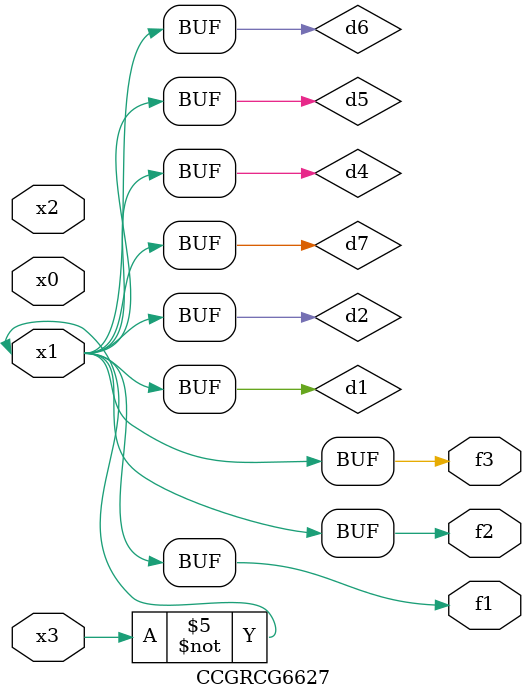
<source format=v>
module CCGRCG6627(
	input x0, x1, x2, x3,
	output f1, f2, f3
);

	wire d1, d2, d3, d4, d5, d6, d7;

	not (d1, x3);
	buf (d2, x1);
	xnor (d3, d1, d2);
	nor (d4, d1);
	buf (d5, d1, d2);
	buf (d6, d4, d5);
	nand (d7, d4);
	assign f1 = d6;
	assign f2 = d7;
	assign f3 = d6;
endmodule

</source>
